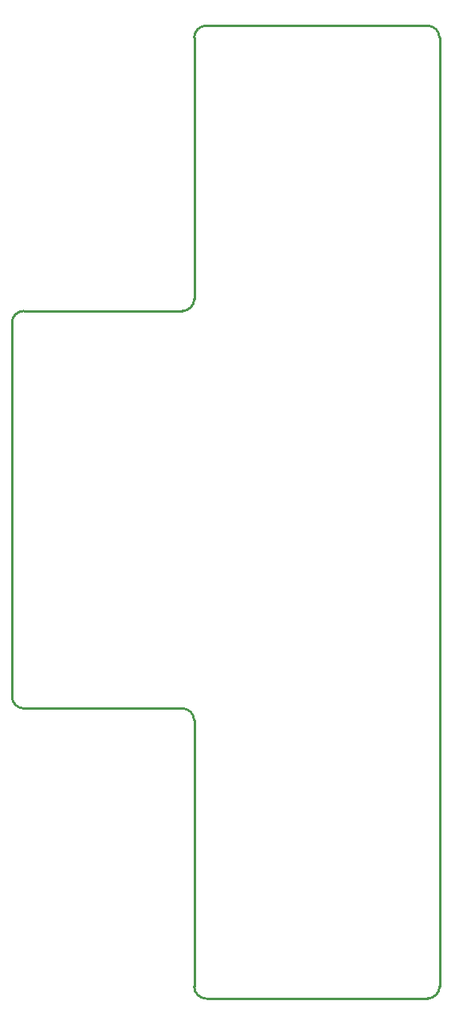
<source format=gko>
%FSLAX24Y24*%
%MOIN*%
G70*
G01*
G75*
G04 Layer_Color=16711935*
%ADD10C,0.0100*%
%ADD11C,0.0600*%
%ADD12C,0.1378*%
%ADD13C,0.2500*%
%ADD14O,0.1750X0.1000*%
%ADD15C,0.0866*%
%ADD16C,0.0680*%
%ADD17C,0.1458*%
%ADD18C,0.2580*%
%ADD19O,0.1830X0.1080*%
%ADD20C,0.0946*%
D10*
X-1650Y-14850D02*
G03*
X-1150Y-15350I500J0D01*
G01*
X6000Y-15850D02*
G03*
X5500Y-15350I-500J0D01*
G01*
X6000Y-27000D02*
G03*
X6500Y-27500I500J0D01*
G01*
X15800D02*
G03*
X16300Y-27000I0J500D01*
G01*
Y12750D02*
G03*
X15800Y13250I-500J0D01*
G01*
X6500D02*
G03*
X6000Y12750I0J-500D01*
G01*
X5500Y1300D02*
G03*
X6000Y1800I0J500D01*
G01*
X-1150Y1300D02*
G03*
X-1650Y800I0J-500D01*
G01*
Y-14850D02*
Y-1500D01*
X-1150Y-15350D02*
X5500D01*
X6000Y-27000D02*
Y-15850D01*
X6500Y-27500D02*
X15800D01*
X16300Y-27000D02*
Y12750D01*
X6500Y13250D02*
X15800D01*
X6000Y1800D02*
Y12750D01*
X-1150Y1300D02*
X5500D01*
X-1650Y-1300D02*
Y800D01*
Y-1500D02*
Y-1300D01*
X-250Y-15350D02*
X150D01*
X-250Y1300D02*
X50D01*
M02*

</source>
